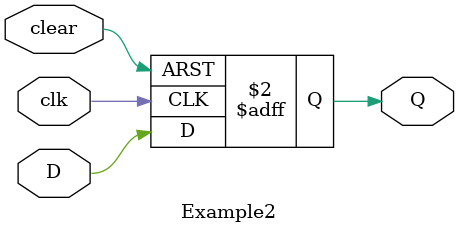
<source format=v>
`timescale 1ns / 1ps


module Example2(Q, D, clk, clear);
output Q;
input D, clk, clear;       
reg Q;
always@(negedge clk or posedge clear)   

begin
if(clear)
Q <= 1'b0;
else
Q <= D;   
   
end
endmodule

</source>
